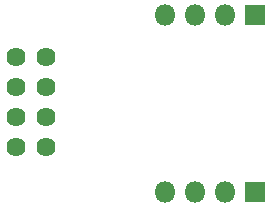
<source format=gbr>
%TF.GenerationSoftware,KiCad,Pcbnew,5.1.6-c6e7f7d~87~ubuntu20.04.1*%
%TF.CreationDate,2020-10-09T15:59:18-05:00*%
%TF.ProjectId,ESP8266-breakout-board,45535038-3236-4362-9d62-7265616b6f75,1.0*%
%TF.SameCoordinates,Original*%
%TF.FileFunction,Soldermask,Bot*%
%TF.FilePolarity,Negative*%
%FSLAX46Y46*%
G04 Gerber Fmt 4.6, Leading zero omitted, Abs format (unit mm)*
G04 Created by KiCad (PCBNEW 5.1.6-c6e7f7d~87~ubuntu20.04.1) date 2020-10-09 15:59:18*
%MOMM*%
%LPD*%
G01*
G04 APERTURE LIST*
%ADD10O,1.800000X1.800000*%
%ADD11R,1.800000X1.800000*%
%ADD12C,1.624000*%
G04 APERTURE END LIST*
D10*
%TO.C,J1*%
X87380000Y-155000000D03*
X89920000Y-155000000D03*
X92460000Y-155000000D03*
D11*
X95000000Y-155000000D03*
%TD*%
%TO.C,J3*%
X95000000Y-170000000D03*
D10*
X92460000Y-170000000D03*
X89920000Y-170000000D03*
X87380000Y-170000000D03*
%TD*%
D12*
%TO.C,U1*%
X77270000Y-158567000D03*
X77270000Y-161107000D03*
X77270000Y-163647000D03*
X77270000Y-166187000D03*
X74730000Y-158567000D03*
X74730000Y-161107000D03*
X74730000Y-163647000D03*
X74730000Y-166187000D03*
%TD*%
M02*

</source>
